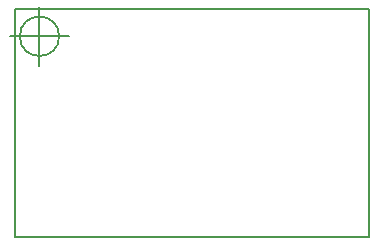
<source format=gbr>
G04 #@! TF.FileFunction,Profile,NP*
%FSLAX46Y46*%
G04 Gerber Fmt 4.6, Leading zero omitted, Abs format (unit mm)*
G04 Created by KiCad (PCBNEW (2016-04-04 BZR 6663, Git 30f5a7a)-product) date 05/05/2016 22:09:38*
%MOMM*%
G01*
G04 APERTURE LIST*
%ADD10C,0.100000*%
%ADD11C,0.150000*%
G04 APERTURE END LIST*
D10*
D11*
X140858666Y-90678000D02*
G75*
G03X140858666Y-90678000I-1666666J0D01*
G01*
X136692000Y-90678000D02*
X141692000Y-90678000D01*
X139192000Y-88178000D02*
X139192000Y-93178000D01*
X167132000Y-88392000D02*
X137160000Y-88392000D01*
X167132000Y-107696000D02*
X167132000Y-88392000D01*
X137160000Y-107696000D02*
X167132000Y-107696000D01*
X137160000Y-88392000D02*
X137160000Y-107696000D01*
M02*

</source>
